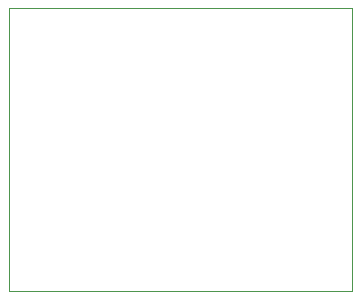
<source format=gbr>
%TF.GenerationSoftware,KiCad,Pcbnew,7.0.8-7.0.8~ubuntu22.04.1*%
%TF.CreationDate,2023-10-13T21:40:15+02:00*%
%TF.ProjectId,st_adap,73745f61-6461-4702-9e6b-696361645f70,rev?*%
%TF.SameCoordinates,Original*%
%TF.FileFunction,Profile,NP*%
%FSLAX46Y46*%
G04 Gerber Fmt 4.6, Leading zero omitted, Abs format (unit mm)*
G04 Created by KiCad (PCBNEW 7.0.8-7.0.8~ubuntu22.04.1) date 2023-10-13 21:40:15*
%MOMM*%
%LPD*%
G01*
G04 APERTURE LIST*
%TA.AperFunction,Profile*%
%ADD10C,0.100000*%
%TD*%
G04 APERTURE END LIST*
D10*
X193000000Y-94000000D02*
X222000000Y-94000000D01*
X222000000Y-94000000D02*
X222000000Y-118000000D01*
X193000000Y-118000000D02*
X193000000Y-94000000D01*
X222000000Y-118000000D02*
X193000000Y-118000000D01*
M02*

</source>
